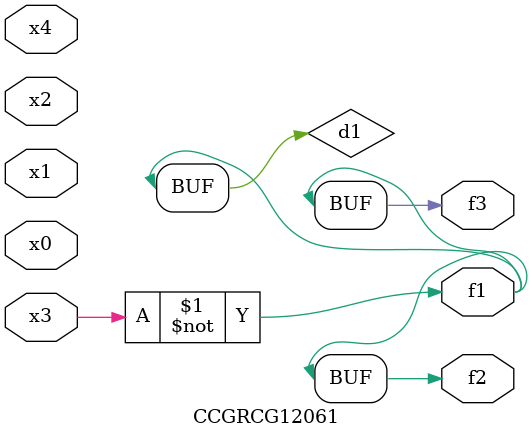
<source format=v>
module CCGRCG12061(
	input x0, x1, x2, x3, x4,
	output f1, f2, f3
);

	wire d1, d2;

	xnor (d1, x3);
	not (d2, x1);
	assign f1 = d1;
	assign f2 = d1;
	assign f3 = d1;
endmodule

</source>
